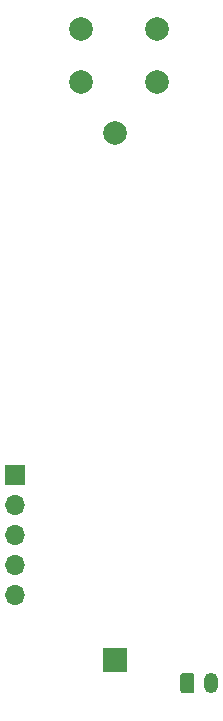
<source format=gbr>
G04 #@! TF.GenerationSoftware,KiCad,Pcbnew,(5.1.9)-1*
G04 #@! TF.CreationDate,2021-03-01T14:11:43+01:00*
G04 #@! TF.ProjectId,button - AAA,62757474-6f6e-4202-9d20-4141412e6b69,rev?*
G04 #@! TF.SameCoordinates,Original*
G04 #@! TF.FileFunction,Soldermask,Bot*
G04 #@! TF.FilePolarity,Negative*
%FSLAX46Y46*%
G04 Gerber Fmt 4.6, Leading zero omitted, Abs format (unit mm)*
G04 Created by KiCad (PCBNEW (5.1.9)-1) date 2021-03-01 14:11:43*
%MOMM*%
%LPD*%
G01*
G04 APERTURE LIST*
%ADD10O,1.700000X1.700000*%
%ADD11R,1.700000X1.700000*%
%ADD12C,2.000000*%
%ADD13R,2.000000X2.000000*%
%ADD14O,1.200000X1.750000*%
G04 APERTURE END LIST*
D10*
G04 #@! TO.C,J1*
X118370000Y-103060000D03*
X118370000Y-100520000D03*
X118370000Y-97980000D03*
X118370000Y-95440000D03*
D11*
X118370000Y-92900000D03*
G04 #@! TD*
D12*
G04 #@! TO.C,BT1*
X126790000Y-63870000D03*
D13*
X126790000Y-108570000D03*
G04 #@! TD*
D14*
G04 #@! TO.C,BT2*
X134930000Y-110490000D03*
G36*
G01*
X132330000Y-111115001D02*
X132330000Y-109864999D01*
G75*
G02*
X132579999Y-109615000I249999J0D01*
G01*
X133280001Y-109615000D01*
G75*
G02*
X133530000Y-109864999I0J-249999D01*
G01*
X133530000Y-111115001D01*
G75*
G02*
X133280001Y-111365000I-249999J0D01*
G01*
X132579999Y-111365000D01*
G75*
G02*
X132330000Y-111115001I0J249999D01*
G01*
G37*
G04 #@! TD*
D12*
G04 #@! TO.C,SW1*
X123890000Y-59600000D03*
X123890000Y-55100000D03*
X130390000Y-59600000D03*
X130390000Y-55100000D03*
G04 #@! TD*
M02*

</source>
